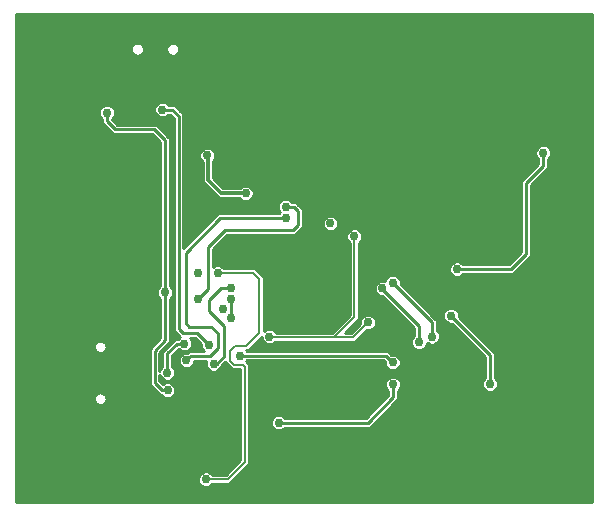
<source format=gbl>
G75*
%MOIN*%
%OFA0B0*%
%FSLAX25Y25*%
%IPPOS*%
%LPD*%
%AMOC8*
5,1,8,0,0,1.08239X$1,22.5*
%
%ADD10C,0.00000*%
%ADD11C,0.01000*%
%ADD12C,0.02978*%
%ADD13C,0.01200*%
%ADD14C,0.00787*%
%ADD15C,0.00800*%
D10*
X0013086Y0010868D02*
X0012813Y0165237D01*
X0194882Y0164778D01*
X0194985Y0010987D01*
X0013086Y0010868D01*
X0032137Y0042349D02*
X0032139Y0042433D01*
X0032145Y0042516D01*
X0032155Y0042599D01*
X0032169Y0042682D01*
X0032186Y0042764D01*
X0032208Y0042845D01*
X0032233Y0042924D01*
X0032262Y0043003D01*
X0032295Y0043080D01*
X0032331Y0043155D01*
X0032371Y0043229D01*
X0032414Y0043301D01*
X0032461Y0043370D01*
X0032511Y0043437D01*
X0032564Y0043502D01*
X0032620Y0043564D01*
X0032678Y0043624D01*
X0032740Y0043681D01*
X0032804Y0043734D01*
X0032871Y0043785D01*
X0032940Y0043832D01*
X0033011Y0043877D01*
X0033084Y0043917D01*
X0033159Y0043954D01*
X0033236Y0043988D01*
X0033314Y0044018D01*
X0033393Y0044044D01*
X0033474Y0044067D01*
X0033556Y0044085D01*
X0033638Y0044100D01*
X0033721Y0044111D01*
X0033804Y0044118D01*
X0033888Y0044121D01*
X0033972Y0044120D01*
X0034055Y0044115D01*
X0034139Y0044106D01*
X0034221Y0044093D01*
X0034303Y0044077D01*
X0034384Y0044056D01*
X0034465Y0044032D01*
X0034543Y0044004D01*
X0034621Y0043972D01*
X0034697Y0043936D01*
X0034771Y0043897D01*
X0034843Y0043855D01*
X0034913Y0043809D01*
X0034981Y0043760D01*
X0035046Y0043708D01*
X0035109Y0043653D01*
X0035169Y0043595D01*
X0035227Y0043534D01*
X0035281Y0043470D01*
X0035333Y0043404D01*
X0035381Y0043336D01*
X0035426Y0043265D01*
X0035467Y0043192D01*
X0035506Y0043118D01*
X0035540Y0043042D01*
X0035571Y0042964D01*
X0035598Y0042885D01*
X0035622Y0042804D01*
X0035641Y0042723D01*
X0035657Y0042641D01*
X0035669Y0042558D01*
X0035677Y0042474D01*
X0035681Y0042391D01*
X0035681Y0042307D01*
X0035677Y0042224D01*
X0035669Y0042140D01*
X0035657Y0042057D01*
X0035641Y0041975D01*
X0035622Y0041894D01*
X0035598Y0041813D01*
X0035571Y0041734D01*
X0035540Y0041656D01*
X0035506Y0041580D01*
X0035467Y0041506D01*
X0035426Y0041433D01*
X0035381Y0041362D01*
X0035333Y0041294D01*
X0035281Y0041228D01*
X0035227Y0041164D01*
X0035169Y0041103D01*
X0035109Y0041045D01*
X0035046Y0040990D01*
X0034981Y0040938D01*
X0034913Y0040889D01*
X0034843Y0040843D01*
X0034771Y0040801D01*
X0034697Y0040762D01*
X0034621Y0040726D01*
X0034543Y0040694D01*
X0034465Y0040666D01*
X0034384Y0040642D01*
X0034303Y0040621D01*
X0034221Y0040605D01*
X0034139Y0040592D01*
X0034055Y0040583D01*
X0033972Y0040578D01*
X0033888Y0040577D01*
X0033804Y0040580D01*
X0033721Y0040587D01*
X0033638Y0040598D01*
X0033556Y0040613D01*
X0033474Y0040631D01*
X0033393Y0040654D01*
X0033314Y0040680D01*
X0033236Y0040710D01*
X0033159Y0040744D01*
X0033084Y0040781D01*
X0033011Y0040821D01*
X0032940Y0040866D01*
X0032871Y0040913D01*
X0032804Y0040964D01*
X0032740Y0041017D01*
X0032678Y0041074D01*
X0032620Y0041134D01*
X0032564Y0041196D01*
X0032511Y0041261D01*
X0032461Y0041328D01*
X0032414Y0041397D01*
X0032371Y0041469D01*
X0032331Y0041543D01*
X0032295Y0041618D01*
X0032262Y0041695D01*
X0032233Y0041774D01*
X0032208Y0041853D01*
X0032186Y0041934D01*
X0032169Y0042016D01*
X0032155Y0042099D01*
X0032145Y0042182D01*
X0032139Y0042265D01*
X0032137Y0042349D01*
X0032137Y0059671D02*
X0032139Y0059755D01*
X0032145Y0059838D01*
X0032155Y0059921D01*
X0032169Y0060004D01*
X0032186Y0060086D01*
X0032208Y0060167D01*
X0032233Y0060246D01*
X0032262Y0060325D01*
X0032295Y0060402D01*
X0032331Y0060477D01*
X0032371Y0060551D01*
X0032414Y0060623D01*
X0032461Y0060692D01*
X0032511Y0060759D01*
X0032564Y0060824D01*
X0032620Y0060886D01*
X0032678Y0060946D01*
X0032740Y0061003D01*
X0032804Y0061056D01*
X0032871Y0061107D01*
X0032940Y0061154D01*
X0033011Y0061199D01*
X0033084Y0061239D01*
X0033159Y0061276D01*
X0033236Y0061310D01*
X0033314Y0061340D01*
X0033393Y0061366D01*
X0033474Y0061389D01*
X0033556Y0061407D01*
X0033638Y0061422D01*
X0033721Y0061433D01*
X0033804Y0061440D01*
X0033888Y0061443D01*
X0033972Y0061442D01*
X0034055Y0061437D01*
X0034139Y0061428D01*
X0034221Y0061415D01*
X0034303Y0061399D01*
X0034384Y0061378D01*
X0034465Y0061354D01*
X0034543Y0061326D01*
X0034621Y0061294D01*
X0034697Y0061258D01*
X0034771Y0061219D01*
X0034843Y0061177D01*
X0034913Y0061131D01*
X0034981Y0061082D01*
X0035046Y0061030D01*
X0035109Y0060975D01*
X0035169Y0060917D01*
X0035227Y0060856D01*
X0035281Y0060792D01*
X0035333Y0060726D01*
X0035381Y0060658D01*
X0035426Y0060587D01*
X0035467Y0060514D01*
X0035506Y0060440D01*
X0035540Y0060364D01*
X0035571Y0060286D01*
X0035598Y0060207D01*
X0035622Y0060126D01*
X0035641Y0060045D01*
X0035657Y0059963D01*
X0035669Y0059880D01*
X0035677Y0059796D01*
X0035681Y0059713D01*
X0035681Y0059629D01*
X0035677Y0059546D01*
X0035669Y0059462D01*
X0035657Y0059379D01*
X0035641Y0059297D01*
X0035622Y0059216D01*
X0035598Y0059135D01*
X0035571Y0059056D01*
X0035540Y0058978D01*
X0035506Y0058902D01*
X0035467Y0058828D01*
X0035426Y0058755D01*
X0035381Y0058684D01*
X0035333Y0058616D01*
X0035281Y0058550D01*
X0035227Y0058486D01*
X0035169Y0058425D01*
X0035109Y0058367D01*
X0035046Y0058312D01*
X0034981Y0058260D01*
X0034913Y0058211D01*
X0034843Y0058165D01*
X0034771Y0058123D01*
X0034697Y0058084D01*
X0034621Y0058048D01*
X0034543Y0058016D01*
X0034465Y0057988D01*
X0034384Y0057964D01*
X0034303Y0057943D01*
X0034221Y0057927D01*
X0034139Y0057914D01*
X0034055Y0057905D01*
X0033972Y0057900D01*
X0033888Y0057899D01*
X0033804Y0057902D01*
X0033721Y0057909D01*
X0033638Y0057920D01*
X0033556Y0057935D01*
X0033474Y0057953D01*
X0033393Y0057976D01*
X0033314Y0058002D01*
X0033236Y0058032D01*
X0033159Y0058066D01*
X0033084Y0058103D01*
X0033011Y0058143D01*
X0032940Y0058188D01*
X0032871Y0058235D01*
X0032804Y0058286D01*
X0032740Y0058339D01*
X0032678Y0058396D01*
X0032620Y0058456D01*
X0032564Y0058518D01*
X0032511Y0058583D01*
X0032461Y0058650D01*
X0032414Y0058719D01*
X0032371Y0058791D01*
X0032331Y0058865D01*
X0032295Y0058940D01*
X0032262Y0059017D01*
X0032233Y0059096D01*
X0032208Y0059175D01*
X0032186Y0059256D01*
X0032169Y0059338D01*
X0032155Y0059421D01*
X0032145Y0059504D01*
X0032139Y0059587D01*
X0032137Y0059671D01*
X0044435Y0158887D02*
X0044437Y0158973D01*
X0044443Y0159060D01*
X0044453Y0159145D01*
X0044467Y0159231D01*
X0044485Y0159315D01*
X0044506Y0159399D01*
X0044532Y0159481D01*
X0044561Y0159563D01*
X0044594Y0159642D01*
X0044631Y0159721D01*
X0044671Y0159797D01*
X0044715Y0159871D01*
X0044762Y0159944D01*
X0044813Y0160014D01*
X0044866Y0160082D01*
X0044923Y0160147D01*
X0044983Y0160209D01*
X0045045Y0160269D01*
X0045110Y0160326D01*
X0045178Y0160379D01*
X0045248Y0160430D01*
X0045321Y0160477D01*
X0045395Y0160521D01*
X0045471Y0160561D01*
X0045550Y0160598D01*
X0045629Y0160631D01*
X0045711Y0160660D01*
X0045793Y0160686D01*
X0045877Y0160707D01*
X0045961Y0160725D01*
X0046047Y0160739D01*
X0046132Y0160749D01*
X0046219Y0160755D01*
X0046305Y0160757D01*
X0046391Y0160755D01*
X0046478Y0160749D01*
X0046563Y0160739D01*
X0046649Y0160725D01*
X0046733Y0160707D01*
X0046817Y0160686D01*
X0046899Y0160660D01*
X0046981Y0160631D01*
X0047060Y0160598D01*
X0047139Y0160561D01*
X0047215Y0160521D01*
X0047289Y0160477D01*
X0047362Y0160430D01*
X0047432Y0160379D01*
X0047500Y0160326D01*
X0047565Y0160269D01*
X0047627Y0160209D01*
X0047687Y0160147D01*
X0047744Y0160082D01*
X0047797Y0160014D01*
X0047848Y0159944D01*
X0047895Y0159871D01*
X0047939Y0159797D01*
X0047979Y0159721D01*
X0048016Y0159642D01*
X0048049Y0159563D01*
X0048078Y0159481D01*
X0048104Y0159399D01*
X0048125Y0159315D01*
X0048143Y0159231D01*
X0048157Y0159145D01*
X0048167Y0159060D01*
X0048173Y0158973D01*
X0048175Y0158887D01*
X0048173Y0158801D01*
X0048167Y0158714D01*
X0048157Y0158629D01*
X0048143Y0158543D01*
X0048125Y0158459D01*
X0048104Y0158375D01*
X0048078Y0158293D01*
X0048049Y0158211D01*
X0048016Y0158132D01*
X0047979Y0158053D01*
X0047939Y0157977D01*
X0047895Y0157903D01*
X0047848Y0157830D01*
X0047797Y0157760D01*
X0047744Y0157692D01*
X0047687Y0157627D01*
X0047627Y0157565D01*
X0047565Y0157505D01*
X0047500Y0157448D01*
X0047432Y0157395D01*
X0047362Y0157344D01*
X0047289Y0157297D01*
X0047215Y0157253D01*
X0047139Y0157213D01*
X0047060Y0157176D01*
X0046981Y0157143D01*
X0046899Y0157114D01*
X0046817Y0157088D01*
X0046733Y0157067D01*
X0046649Y0157049D01*
X0046563Y0157035D01*
X0046478Y0157025D01*
X0046391Y0157019D01*
X0046305Y0157017D01*
X0046219Y0157019D01*
X0046132Y0157025D01*
X0046047Y0157035D01*
X0045961Y0157049D01*
X0045877Y0157067D01*
X0045793Y0157088D01*
X0045711Y0157114D01*
X0045629Y0157143D01*
X0045550Y0157176D01*
X0045471Y0157213D01*
X0045395Y0157253D01*
X0045321Y0157297D01*
X0045248Y0157344D01*
X0045178Y0157395D01*
X0045110Y0157448D01*
X0045045Y0157505D01*
X0044983Y0157565D01*
X0044923Y0157627D01*
X0044866Y0157692D01*
X0044813Y0157760D01*
X0044762Y0157830D01*
X0044715Y0157903D01*
X0044671Y0157977D01*
X0044631Y0158053D01*
X0044594Y0158132D01*
X0044561Y0158211D01*
X0044532Y0158293D01*
X0044506Y0158375D01*
X0044485Y0158459D01*
X0044467Y0158543D01*
X0044453Y0158629D01*
X0044443Y0158714D01*
X0044437Y0158801D01*
X0044435Y0158887D01*
X0056246Y0158887D02*
X0056248Y0158973D01*
X0056254Y0159060D01*
X0056264Y0159145D01*
X0056278Y0159231D01*
X0056296Y0159315D01*
X0056317Y0159399D01*
X0056343Y0159481D01*
X0056372Y0159563D01*
X0056405Y0159642D01*
X0056442Y0159721D01*
X0056482Y0159797D01*
X0056526Y0159871D01*
X0056573Y0159944D01*
X0056624Y0160014D01*
X0056677Y0160082D01*
X0056734Y0160147D01*
X0056794Y0160209D01*
X0056856Y0160269D01*
X0056921Y0160326D01*
X0056989Y0160379D01*
X0057059Y0160430D01*
X0057132Y0160477D01*
X0057206Y0160521D01*
X0057282Y0160561D01*
X0057361Y0160598D01*
X0057440Y0160631D01*
X0057522Y0160660D01*
X0057604Y0160686D01*
X0057688Y0160707D01*
X0057772Y0160725D01*
X0057858Y0160739D01*
X0057943Y0160749D01*
X0058030Y0160755D01*
X0058116Y0160757D01*
X0058202Y0160755D01*
X0058289Y0160749D01*
X0058374Y0160739D01*
X0058460Y0160725D01*
X0058544Y0160707D01*
X0058628Y0160686D01*
X0058710Y0160660D01*
X0058792Y0160631D01*
X0058871Y0160598D01*
X0058950Y0160561D01*
X0059026Y0160521D01*
X0059100Y0160477D01*
X0059173Y0160430D01*
X0059243Y0160379D01*
X0059311Y0160326D01*
X0059376Y0160269D01*
X0059438Y0160209D01*
X0059498Y0160147D01*
X0059555Y0160082D01*
X0059608Y0160014D01*
X0059659Y0159944D01*
X0059706Y0159871D01*
X0059750Y0159797D01*
X0059790Y0159721D01*
X0059827Y0159642D01*
X0059860Y0159563D01*
X0059889Y0159481D01*
X0059915Y0159399D01*
X0059936Y0159315D01*
X0059954Y0159231D01*
X0059968Y0159145D01*
X0059978Y0159060D01*
X0059984Y0158973D01*
X0059986Y0158887D01*
X0059984Y0158801D01*
X0059978Y0158714D01*
X0059968Y0158629D01*
X0059954Y0158543D01*
X0059936Y0158459D01*
X0059915Y0158375D01*
X0059889Y0158293D01*
X0059860Y0158211D01*
X0059827Y0158132D01*
X0059790Y0158053D01*
X0059750Y0157977D01*
X0059706Y0157903D01*
X0059659Y0157830D01*
X0059608Y0157760D01*
X0059555Y0157692D01*
X0059498Y0157627D01*
X0059438Y0157565D01*
X0059376Y0157505D01*
X0059311Y0157448D01*
X0059243Y0157395D01*
X0059173Y0157344D01*
X0059100Y0157297D01*
X0059026Y0157253D01*
X0058950Y0157213D01*
X0058871Y0157176D01*
X0058792Y0157143D01*
X0058710Y0157114D01*
X0058628Y0157088D01*
X0058544Y0157067D01*
X0058460Y0157049D01*
X0058374Y0157035D01*
X0058289Y0157025D01*
X0058202Y0157019D01*
X0058116Y0157017D01*
X0058030Y0157019D01*
X0057943Y0157025D01*
X0057858Y0157035D01*
X0057772Y0157049D01*
X0057688Y0157067D01*
X0057604Y0157088D01*
X0057522Y0157114D01*
X0057440Y0157143D01*
X0057361Y0157176D01*
X0057282Y0157213D01*
X0057206Y0157253D01*
X0057132Y0157297D01*
X0057059Y0157344D01*
X0056989Y0157395D01*
X0056921Y0157448D01*
X0056856Y0157505D01*
X0056794Y0157565D01*
X0056734Y0157627D01*
X0056677Y0157692D01*
X0056624Y0157760D01*
X0056573Y0157830D01*
X0056526Y0157903D01*
X0056482Y0157977D01*
X0056442Y0158053D01*
X0056405Y0158132D01*
X0056372Y0158211D01*
X0056343Y0158293D01*
X0056317Y0158375D01*
X0056296Y0158459D01*
X0056278Y0158543D01*
X0056264Y0158629D01*
X0056254Y0158714D01*
X0056248Y0158801D01*
X0056246Y0158887D01*
D11*
X0005825Y0170571D02*
X0005825Y0007871D01*
X0197941Y0007871D01*
X0197941Y0170693D01*
X0005868Y0170693D01*
X0005825Y0170571D01*
X0005825Y0170129D02*
X0197941Y0170129D01*
X0197941Y0169131D02*
X0005825Y0169131D01*
X0005825Y0168132D02*
X0197941Y0168132D01*
X0197941Y0167134D02*
X0005825Y0167134D01*
X0005825Y0166135D02*
X0197941Y0166135D01*
X0197941Y0165137D02*
X0005825Y0165137D01*
X0005825Y0164138D02*
X0197941Y0164138D01*
X0197941Y0163140D02*
X0005825Y0163140D01*
X0005825Y0162141D02*
X0197941Y0162141D01*
X0197941Y0161143D02*
X0059213Y0161143D01*
X0059098Y0161257D02*
X0057135Y0161257D01*
X0055746Y0159869D01*
X0055746Y0157906D01*
X0057135Y0156517D01*
X0059098Y0156517D01*
X0060486Y0157906D01*
X0060486Y0159869D01*
X0059098Y0161257D01*
X0060211Y0160144D02*
X0197941Y0160144D01*
X0197941Y0159146D02*
X0060486Y0159146D01*
X0060486Y0158147D02*
X0197941Y0158147D01*
X0197941Y0157149D02*
X0059729Y0157149D01*
X0056503Y0157149D02*
X0047918Y0157149D01*
X0047287Y0156517D02*
X0045324Y0156517D01*
X0043935Y0157906D01*
X0043935Y0159869D01*
X0045324Y0161257D01*
X0047287Y0161257D01*
X0048675Y0159869D01*
X0048675Y0157906D01*
X0047287Y0156517D01*
X0048675Y0158147D02*
X0055746Y0158147D01*
X0055746Y0159146D02*
X0048675Y0159146D01*
X0048400Y0160144D02*
X0056021Y0160144D01*
X0057020Y0161143D02*
X0047402Y0161143D01*
X0045209Y0161143D02*
X0005825Y0161143D01*
X0005825Y0160144D02*
X0044210Y0160144D01*
X0043935Y0159146D02*
X0005825Y0159146D01*
X0005825Y0158147D02*
X0043935Y0158147D01*
X0044692Y0157149D02*
X0005825Y0157149D01*
X0005825Y0156150D02*
X0197941Y0156150D01*
X0197941Y0155152D02*
X0005825Y0155152D01*
X0005825Y0154153D02*
X0197941Y0154153D01*
X0197941Y0153154D02*
X0005825Y0153154D01*
X0005825Y0152156D02*
X0197941Y0152156D01*
X0197941Y0151157D02*
X0005825Y0151157D01*
X0005825Y0150159D02*
X0197941Y0150159D01*
X0197941Y0149160D02*
X0005825Y0149160D01*
X0005825Y0148162D02*
X0197941Y0148162D01*
X0197941Y0147163D02*
X0005825Y0147163D01*
X0005825Y0146165D02*
X0197941Y0146165D01*
X0197941Y0145166D02*
X0005825Y0145166D01*
X0005825Y0144168D02*
X0197941Y0144168D01*
X0197941Y0143169D02*
X0005825Y0143169D01*
X0005825Y0142171D02*
X0197941Y0142171D01*
X0197941Y0141172D02*
X0055339Y0141172D01*
X0055063Y0141286D02*
X0056015Y0140892D01*
X0056628Y0140279D01*
X0057921Y0140268D01*
X0058558Y0140283D01*
X0058580Y0140262D01*
X0058610Y0140262D01*
X0059056Y0139808D01*
X0060661Y0138276D01*
X0060684Y0138276D01*
X0061138Y0137821D01*
X0061604Y0137376D01*
X0061605Y0137354D01*
X0061621Y0137339D01*
X0061621Y0136695D01*
X0061636Y0136051D01*
X0061620Y0136035D01*
X0061613Y0092601D01*
X0072282Y0103269D01*
X0073219Y0104206D01*
X0093607Y0104206D01*
X0093916Y0104515D01*
X0093494Y0104937D01*
X0093100Y0105888D01*
X0093100Y0106918D01*
X0093494Y0107870D01*
X0094222Y0108598D01*
X0095174Y0108992D01*
X0096204Y0108992D01*
X0097155Y0108598D01*
X0097794Y0107959D01*
X0099048Y0107959D01*
X0099986Y0107022D01*
X0101479Y0105529D01*
X0101479Y0099602D01*
X0100541Y0098665D01*
X0098734Y0096857D01*
X0076063Y0096857D01*
X0071538Y0092332D01*
X0071538Y0086396D01*
X0071552Y0086410D01*
X0072503Y0086804D01*
X0073533Y0086804D01*
X0074485Y0086410D01*
X0075064Y0085830D01*
X0085511Y0085830D01*
X0087490Y0083851D01*
X0088369Y0082973D01*
X0088369Y0066311D01*
X0088372Y0066308D01*
X0088372Y0064806D01*
X0088808Y0065241D01*
X0089759Y0065635D01*
X0090789Y0065635D01*
X0091741Y0065241D01*
X0092469Y0064513D01*
X0092509Y0064416D01*
X0111311Y0064416D01*
X0117045Y0070150D01*
X0117045Y0094385D01*
X0116345Y0095085D01*
X0115951Y0096037D01*
X0115951Y0097067D01*
X0116345Y0098018D01*
X0117073Y0098747D01*
X0118025Y0099141D01*
X0119055Y0099141D01*
X0120006Y0098747D01*
X0120735Y0098018D01*
X0121129Y0097067D01*
X0121129Y0096037D01*
X0120735Y0095085D01*
X0120032Y0094383D01*
X0120032Y0068912D01*
X0119157Y0068037D01*
X0115536Y0064416D01*
X0117635Y0064416D01*
X0120588Y0067369D01*
X0120588Y0068351D01*
X0120983Y0069302D01*
X0121711Y0070030D01*
X0122662Y0070425D01*
X0123692Y0070425D01*
X0124644Y0070030D01*
X0125372Y0069302D01*
X0125766Y0068351D01*
X0125766Y0067321D01*
X0125372Y0066369D01*
X0124644Y0065641D01*
X0123692Y0065247D01*
X0122691Y0065247D01*
X0118872Y0061428D01*
X0112548Y0061428D01*
X0112543Y0061423D01*
X0111305Y0061423D01*
X0111300Y0061428D01*
X0092318Y0061428D01*
X0091741Y0060851D01*
X0090789Y0060457D01*
X0089759Y0060457D01*
X0088808Y0060851D01*
X0088079Y0061580D01*
X0087685Y0062531D01*
X0087685Y0062986D01*
X0084123Y0059424D01*
X0083244Y0058545D01*
X0082495Y0058545D01*
X0082684Y0058357D01*
X0129683Y0058357D01*
X0130986Y0057055D01*
X0131967Y0057055D01*
X0132919Y0056660D01*
X0133647Y0055932D01*
X0134041Y0054981D01*
X0134041Y0053951D01*
X0133647Y0052999D01*
X0132919Y0052271D01*
X0131967Y0051877D01*
X0130937Y0051877D01*
X0129986Y0052271D01*
X0129257Y0052999D01*
X0128863Y0053951D01*
X0128863Y0054652D01*
X0128358Y0055157D01*
X0082674Y0055157D01*
X0082389Y0054872D01*
X0082723Y0054538D01*
X0083602Y0053659D01*
X0083602Y0020624D01*
X0077869Y0014892D01*
X0076991Y0014013D01*
X0071320Y0014013D01*
X0070643Y0013336D01*
X0069691Y0012942D01*
X0068661Y0012942D01*
X0067710Y0013336D01*
X0066981Y0014065D01*
X0066587Y0015016D01*
X0066587Y0016046D01*
X0066981Y0016998D01*
X0067710Y0017726D01*
X0068661Y0018120D01*
X0069691Y0018120D01*
X0070643Y0017726D01*
X0071355Y0017013D01*
X0075748Y0017013D01*
X0080602Y0021867D01*
X0080602Y0052159D01*
X0077902Y0052159D01*
X0077024Y0053038D01*
X0075608Y0054454D01*
X0075608Y0054726D01*
X0074214Y0053333D01*
X0073892Y0052555D01*
X0073164Y0051826D01*
X0072212Y0051432D01*
X0071182Y0051432D01*
X0070230Y0051826D01*
X0069502Y0052555D01*
X0069108Y0053506D01*
X0069108Y0054536D01*
X0069319Y0055046D01*
X0065201Y0055046D01*
X0065201Y0054666D01*
X0064807Y0053714D01*
X0064078Y0052986D01*
X0063127Y0052592D01*
X0062097Y0052592D01*
X0061145Y0052986D01*
X0060417Y0053714D01*
X0060023Y0054666D01*
X0060023Y0055696D01*
X0060417Y0056647D01*
X0061145Y0057376D01*
X0062097Y0057770D01*
X0062934Y0057770D01*
X0063411Y0058246D01*
X0068461Y0058246D01*
X0067832Y0058876D01*
X0067437Y0059827D01*
X0067437Y0060719D01*
X0065501Y0062656D01*
X0063677Y0062656D01*
X0064143Y0062189D01*
X0064537Y0061237D01*
X0064537Y0060207D01*
X0064143Y0059256D01*
X0063415Y0058528D01*
X0062463Y0058133D01*
X0061434Y0058133D01*
X0060482Y0058528D01*
X0060014Y0058996D01*
X0057799Y0056781D01*
X0057799Y0053041D01*
X0058394Y0052446D01*
X0058788Y0051494D01*
X0058788Y0050464D01*
X0058394Y0049513D01*
X0057665Y0048784D01*
X0056714Y0048390D01*
X0055684Y0048390D01*
X0054732Y0048784D01*
X0054004Y0049513D01*
X0053654Y0050358D01*
X0053654Y0048357D01*
X0054773Y0047239D01*
X0054929Y0047395D01*
X0055881Y0047789D01*
X0056911Y0047789D01*
X0057862Y0047395D01*
X0058590Y0046667D01*
X0058985Y0045715D01*
X0058985Y0044685D01*
X0058590Y0043733D01*
X0057862Y0043005D01*
X0056911Y0042611D01*
X0055881Y0042611D01*
X0054929Y0043005D01*
X0054348Y0043586D01*
X0053899Y0043586D01*
X0051391Y0046094D01*
X0050454Y0047032D01*
X0050454Y0059090D01*
X0053887Y0062522D01*
X0053887Y0075731D01*
X0053277Y0076341D01*
X0052882Y0077292D01*
X0052882Y0078322D01*
X0053277Y0079274D01*
X0053869Y0079866D01*
X0053829Y0119133D01*
X0053829Y0119134D01*
X0053829Y0119793D01*
X0053828Y0120458D01*
X0053829Y0120459D01*
X0053829Y0127939D01*
X0051246Y0130531D01*
X0038881Y0130530D01*
X0038223Y0130529D01*
X0038223Y0130530D01*
X0038222Y0130530D01*
X0037753Y0130998D01*
X0035406Y0133341D01*
X0035377Y0133342D01*
X0034939Y0133806D01*
X0034488Y0134257D01*
X0034488Y0134285D01*
X0034468Y0134306D01*
X0034487Y0134944D01*
X0034486Y0135582D01*
X0034506Y0135603D01*
X0034510Y0135722D01*
X0033975Y0136257D01*
X0033580Y0137208D01*
X0033580Y0138238D01*
X0033975Y0139190D01*
X0034703Y0139918D01*
X0035654Y0140312D01*
X0036684Y0140312D01*
X0037636Y0139918D01*
X0038364Y0139190D01*
X0038758Y0138238D01*
X0038758Y0137208D01*
X0038364Y0136257D01*
X0037707Y0135600D01*
X0037706Y0135566D01*
X0039546Y0133730D01*
X0051250Y0133731D01*
X0051251Y0133732D01*
X0051907Y0133731D01*
X0052573Y0133731D01*
X0052575Y0133730D01*
X0052576Y0133730D01*
X0053040Y0133265D01*
X0053511Y0132794D01*
X0053511Y0132792D01*
X0056559Y0129732D01*
X0057029Y0129263D01*
X0057029Y0129262D01*
X0057030Y0129260D01*
X0057029Y0128599D01*
X0057029Y0119796D01*
X0057069Y0079871D01*
X0057666Y0079274D01*
X0058060Y0078322D01*
X0058060Y0077292D01*
X0057666Y0076341D01*
X0057087Y0075761D01*
X0057087Y0061197D01*
X0056149Y0060260D01*
X0053654Y0057764D01*
X0053654Y0051601D01*
X0054004Y0052446D01*
X0054599Y0053041D01*
X0054599Y0058106D01*
X0057847Y0061354D01*
X0058784Y0062291D01*
X0059856Y0062291D01*
X0060482Y0062917D01*
X0060555Y0062947D01*
X0059910Y0063593D01*
X0058417Y0065086D01*
X0058417Y0079179D01*
X0058420Y0079182D01*
X0058413Y0086551D01*
X0058413Y0086552D01*
X0058413Y0087224D01*
X0058412Y0087876D01*
X0058413Y0087877D01*
X0058420Y0135991D01*
X0057286Y0137073D01*
X0056592Y0137079D01*
X0056015Y0136503D01*
X0055063Y0136108D01*
X0054033Y0136108D01*
X0053082Y0136503D01*
X0052354Y0137231D01*
X0051959Y0138182D01*
X0051959Y0139212D01*
X0052354Y0140164D01*
X0053082Y0140892D01*
X0054033Y0141286D01*
X0055063Y0141286D01*
X0053758Y0141172D02*
X0005825Y0141172D01*
X0005825Y0140174D02*
X0035320Y0140174D01*
X0033969Y0139175D02*
X0005825Y0139175D01*
X0005825Y0138177D02*
X0033580Y0138177D01*
X0033593Y0137178D02*
X0005825Y0137178D01*
X0005825Y0136180D02*
X0034051Y0136180D01*
X0034487Y0135181D02*
X0005825Y0135181D01*
X0005825Y0134183D02*
X0034562Y0134183D01*
X0035563Y0133184D02*
X0005825Y0133184D01*
X0005825Y0132186D02*
X0036563Y0132186D01*
X0037564Y0131187D02*
X0005825Y0131187D01*
X0005825Y0130189D02*
X0051587Y0130189D01*
X0052582Y0129190D02*
X0005825Y0129190D01*
X0005825Y0128192D02*
X0053577Y0128192D01*
X0053829Y0127193D02*
X0005825Y0127193D01*
X0005825Y0126195D02*
X0053829Y0126195D01*
X0053829Y0125196D02*
X0005825Y0125196D01*
X0005825Y0124198D02*
X0053829Y0124198D01*
X0053829Y0123199D02*
X0005825Y0123199D01*
X0005825Y0122201D02*
X0053829Y0122201D01*
X0053829Y0121202D02*
X0005825Y0121202D01*
X0005825Y0120204D02*
X0053828Y0120204D01*
X0053829Y0119205D02*
X0005825Y0119205D01*
X0005825Y0118207D02*
X0053830Y0118207D01*
X0053831Y0117208D02*
X0005825Y0117208D01*
X0005825Y0116210D02*
X0053832Y0116210D01*
X0053833Y0115211D02*
X0005825Y0115211D01*
X0005825Y0114213D02*
X0053834Y0114213D01*
X0053835Y0113214D02*
X0005825Y0113214D01*
X0005825Y0112216D02*
X0053836Y0112216D01*
X0053837Y0111217D02*
X0005825Y0111217D01*
X0005825Y0110219D02*
X0053838Y0110219D01*
X0053839Y0109220D02*
X0005825Y0109220D01*
X0005825Y0108221D02*
X0053840Y0108221D01*
X0053841Y0107223D02*
X0005825Y0107223D01*
X0005825Y0106224D02*
X0053842Y0106224D01*
X0053843Y0105226D02*
X0005825Y0105226D01*
X0005825Y0104227D02*
X0053844Y0104227D01*
X0053845Y0103229D02*
X0005825Y0103229D01*
X0005825Y0102230D02*
X0053846Y0102230D01*
X0053848Y0101232D02*
X0005825Y0101232D01*
X0005825Y0100233D02*
X0053849Y0100233D01*
X0053850Y0099235D02*
X0005825Y0099235D01*
X0005825Y0098236D02*
X0053851Y0098236D01*
X0053852Y0097238D02*
X0005825Y0097238D01*
X0005825Y0096239D02*
X0053853Y0096239D01*
X0053854Y0095241D02*
X0005825Y0095241D01*
X0005825Y0094242D02*
X0053855Y0094242D01*
X0053856Y0093244D02*
X0005825Y0093244D01*
X0005825Y0092245D02*
X0053857Y0092245D01*
X0053858Y0091247D02*
X0005825Y0091247D01*
X0005825Y0090248D02*
X0053859Y0090248D01*
X0053860Y0089250D02*
X0005825Y0089250D01*
X0005825Y0088251D02*
X0053861Y0088251D01*
X0053862Y0087253D02*
X0005825Y0087253D01*
X0005825Y0086254D02*
X0053863Y0086254D01*
X0053864Y0085256D02*
X0005825Y0085256D01*
X0005825Y0084257D02*
X0053865Y0084257D01*
X0053866Y0083259D02*
X0005825Y0083259D01*
X0005825Y0082260D02*
X0053867Y0082260D01*
X0053868Y0081262D02*
X0005825Y0081262D01*
X0005825Y0080263D02*
X0053869Y0080263D01*
X0053273Y0079265D02*
X0005825Y0079265D01*
X0005825Y0078266D02*
X0052882Y0078266D01*
X0052893Y0077268D02*
X0005825Y0077268D01*
X0005825Y0076269D02*
X0053348Y0076269D01*
X0053887Y0075271D02*
X0005825Y0075271D01*
X0005825Y0074272D02*
X0053887Y0074272D01*
X0053887Y0073274D02*
X0005825Y0073274D01*
X0005825Y0072275D02*
X0053887Y0072275D01*
X0053887Y0071277D02*
X0005825Y0071277D01*
X0005825Y0070278D02*
X0053887Y0070278D01*
X0053887Y0069280D02*
X0005825Y0069280D01*
X0005825Y0068281D02*
X0053887Y0068281D01*
X0053887Y0067283D02*
X0005825Y0067283D01*
X0005825Y0066284D02*
X0053887Y0066284D01*
X0053887Y0065285D02*
X0005825Y0065285D01*
X0005825Y0064287D02*
X0053887Y0064287D01*
X0053887Y0063288D02*
X0005825Y0063288D01*
X0005825Y0062290D02*
X0053654Y0062290D01*
X0052656Y0061291D02*
X0035502Y0061291D01*
X0034850Y0061943D02*
X0036181Y0060612D01*
X0036181Y0058730D01*
X0034850Y0057400D01*
X0032968Y0057400D01*
X0031638Y0058730D01*
X0031638Y0060612D01*
X0032968Y0061943D01*
X0034850Y0061943D01*
X0036181Y0060293D02*
X0051657Y0060293D01*
X0050659Y0059294D02*
X0036181Y0059294D01*
X0035747Y0058296D02*
X0050454Y0058296D01*
X0050454Y0057297D02*
X0005825Y0057297D01*
X0005825Y0056299D02*
X0050454Y0056299D01*
X0050454Y0055300D02*
X0005825Y0055300D01*
X0005825Y0054302D02*
X0050454Y0054302D01*
X0050454Y0053303D02*
X0005825Y0053303D01*
X0005825Y0052305D02*
X0050454Y0052305D01*
X0050454Y0051306D02*
X0005825Y0051306D01*
X0005825Y0050308D02*
X0050454Y0050308D01*
X0050454Y0049309D02*
X0005825Y0049309D01*
X0005825Y0048311D02*
X0050454Y0048311D01*
X0050454Y0047312D02*
X0005825Y0047312D01*
X0005825Y0046314D02*
X0051172Y0046314D01*
X0052170Y0045315D02*
X0005825Y0045315D01*
X0005825Y0044317D02*
X0032665Y0044317D01*
X0032968Y0044620D02*
X0031638Y0043290D01*
X0031638Y0041408D01*
X0032968Y0040077D01*
X0034850Y0040077D01*
X0036181Y0041408D01*
X0036181Y0043290D01*
X0034850Y0044620D01*
X0032968Y0044620D01*
X0031666Y0043318D02*
X0005825Y0043318D01*
X0005825Y0042320D02*
X0031638Y0042320D01*
X0031724Y0041321D02*
X0005825Y0041321D01*
X0005825Y0040323D02*
X0032723Y0040323D01*
X0035096Y0040323D02*
X0080602Y0040323D01*
X0080602Y0041321D02*
X0036095Y0041321D01*
X0036181Y0042320D02*
X0080602Y0042320D01*
X0080602Y0043318D02*
X0058175Y0043318D01*
X0058832Y0044317D02*
X0080602Y0044317D01*
X0080602Y0045315D02*
X0058985Y0045315D01*
X0058737Y0046314D02*
X0080602Y0046314D01*
X0080602Y0047312D02*
X0057945Y0047312D01*
X0058190Y0049309D02*
X0080602Y0049309D01*
X0080602Y0048311D02*
X0053700Y0048311D01*
X0053654Y0049309D02*
X0054208Y0049309D01*
X0053675Y0050308D02*
X0053654Y0050308D01*
X0053654Y0052305D02*
X0053946Y0052305D01*
X0053654Y0053303D02*
X0054599Y0053303D01*
X0054599Y0054302D02*
X0053654Y0054302D01*
X0053654Y0055300D02*
X0054599Y0055300D01*
X0054599Y0056299D02*
X0053654Y0056299D01*
X0053654Y0057297D02*
X0054599Y0057297D01*
X0054789Y0058296D02*
X0054186Y0058296D01*
X0055184Y0059294D02*
X0055787Y0059294D01*
X0056183Y0060293D02*
X0056786Y0060293D01*
X0057087Y0061291D02*
X0057784Y0061291D01*
X0057087Y0062290D02*
X0058783Y0062290D01*
X0059447Y0060691D02*
X0061905Y0060691D01*
X0059447Y0060691D02*
X0056199Y0057443D01*
X0056199Y0051027D01*
X0057799Y0053303D02*
X0060828Y0053303D01*
X0060173Y0054302D02*
X0057799Y0054302D01*
X0057799Y0055300D02*
X0060023Y0055300D01*
X0060273Y0056299D02*
X0057799Y0056299D01*
X0058316Y0057297D02*
X0061067Y0057297D01*
X0061041Y0058296D02*
X0059314Y0058296D01*
X0062856Y0058296D02*
X0068411Y0058296D01*
X0067658Y0059294D02*
X0064159Y0059294D01*
X0064537Y0060293D02*
X0067437Y0060293D01*
X0066865Y0061291D02*
X0064515Y0061291D01*
X0064042Y0062290D02*
X0065866Y0062290D01*
X0066163Y0064256D02*
X0069997Y0060422D01*
X0073191Y0059327D02*
X0073191Y0064159D01*
X0070914Y0066403D01*
X0063517Y0066426D01*
X0062376Y0067566D01*
X0062376Y0091101D01*
X0073882Y0102606D01*
X0095608Y0102606D01*
X0093628Y0104227D02*
X0061615Y0104227D01*
X0061615Y0103229D02*
X0072242Y0103229D01*
X0071243Y0102230D02*
X0061615Y0102230D01*
X0061615Y0101232D02*
X0070245Y0101232D01*
X0069246Y0100233D02*
X0061615Y0100233D01*
X0061615Y0099235D02*
X0068248Y0099235D01*
X0067249Y0098236D02*
X0061614Y0098236D01*
X0061614Y0097238D02*
X0066251Y0097238D01*
X0065252Y0096239D02*
X0061614Y0096239D01*
X0061614Y0095241D02*
X0064254Y0095241D01*
X0063255Y0094242D02*
X0061614Y0094242D01*
X0061614Y0093244D02*
X0062257Y0093244D01*
X0058414Y0093244D02*
X0057056Y0093244D01*
X0057055Y0094242D02*
X0058414Y0094242D01*
X0058414Y0095241D02*
X0057054Y0095241D01*
X0057053Y0096239D02*
X0058414Y0096239D01*
X0058414Y0097238D02*
X0057052Y0097238D01*
X0057051Y0098236D02*
X0058414Y0098236D01*
X0058415Y0099235D02*
X0057050Y0099235D01*
X0057049Y0100233D02*
X0058415Y0100233D01*
X0058415Y0101232D02*
X0057048Y0101232D01*
X0057046Y0102230D02*
X0058415Y0102230D01*
X0058415Y0103229D02*
X0057045Y0103229D01*
X0057044Y0104227D02*
X0058415Y0104227D01*
X0058416Y0105226D02*
X0057043Y0105226D01*
X0057042Y0106224D02*
X0058416Y0106224D01*
X0058416Y0107223D02*
X0057041Y0107223D01*
X0057040Y0108221D02*
X0058416Y0108221D01*
X0058416Y0109220D02*
X0057039Y0109220D01*
X0057038Y0110219D02*
X0058416Y0110219D01*
X0058416Y0111217D02*
X0057037Y0111217D01*
X0057036Y0112216D02*
X0058417Y0112216D01*
X0058417Y0113214D02*
X0057035Y0113214D01*
X0057034Y0114213D02*
X0058417Y0114213D01*
X0058417Y0115211D02*
X0057033Y0115211D01*
X0057032Y0116210D02*
X0058417Y0116210D01*
X0058417Y0117208D02*
X0057031Y0117208D01*
X0057030Y0118207D02*
X0058418Y0118207D01*
X0058418Y0119205D02*
X0057029Y0119205D01*
X0057029Y0120204D02*
X0058418Y0120204D01*
X0058418Y0121202D02*
X0057029Y0121202D01*
X0057029Y0122201D02*
X0058418Y0122201D01*
X0058418Y0123199D02*
X0057029Y0123199D01*
X0057029Y0124198D02*
X0058419Y0124198D01*
X0058419Y0125196D02*
X0057029Y0125196D01*
X0057029Y0126195D02*
X0058419Y0126195D01*
X0058419Y0127193D02*
X0057029Y0127193D01*
X0057029Y0128192D02*
X0058419Y0128192D01*
X0058419Y0129190D02*
X0057030Y0129190D01*
X0056105Y0130189D02*
X0058420Y0130189D01*
X0058420Y0131187D02*
X0055110Y0131187D01*
X0054115Y0132186D02*
X0058420Y0132186D01*
X0058420Y0133184D02*
X0053120Y0133184D01*
X0051911Y0132131D02*
X0055429Y0128601D01*
X0055429Y0119797D01*
X0055471Y0077807D01*
X0055487Y0077793D02*
X0055487Y0061860D01*
X0052054Y0058427D01*
X0052054Y0047694D01*
X0054562Y0045186D01*
X0056377Y0045186D01*
X0054616Y0043318D02*
X0036152Y0043318D01*
X0035154Y0044317D02*
X0053169Y0044317D01*
X0054699Y0047312D02*
X0054846Y0047312D01*
X0058723Y0050308D02*
X0080602Y0050308D01*
X0080602Y0051306D02*
X0058788Y0051306D01*
X0058452Y0052305D02*
X0069752Y0052305D01*
X0069192Y0053303D02*
X0064396Y0053303D01*
X0065050Y0054302D02*
X0069108Y0054302D01*
X0071690Y0054069D02*
X0072687Y0054069D01*
X0075253Y0056635D01*
X0075253Y0066716D01*
X0070299Y0071670D01*
X0070299Y0075369D01*
X0074080Y0079151D01*
X0077455Y0079151D01*
X0077520Y0075619D02*
X0077520Y0069599D01*
X0077322Y0069401D01*
X0086989Y0062290D02*
X0087785Y0062290D01*
X0088368Y0061291D02*
X0085990Y0061291D01*
X0084992Y0060293D02*
X0137723Y0060293D01*
X0137573Y0060656D02*
X0137967Y0059704D01*
X0138696Y0058976D01*
X0139647Y0058582D01*
X0140677Y0058582D01*
X0141629Y0058976D01*
X0142357Y0059704D01*
X0142751Y0060656D01*
X0142751Y0061063D01*
X0143001Y0060813D01*
X0143953Y0060419D01*
X0144983Y0060419D01*
X0145934Y0060813D01*
X0146663Y0061541D01*
X0147057Y0062493D01*
X0147057Y0063523D01*
X0146663Y0064475D01*
X0146066Y0065071D01*
X0146064Y0067850D01*
X0146064Y0068509D01*
X0146064Y0068510D01*
X0146064Y0068510D01*
X0145595Y0068979D01*
X0134021Y0080552D01*
X0134021Y0081498D01*
X0133627Y0082450D01*
X0132899Y0083178D01*
X0131947Y0083572D01*
X0130917Y0083572D01*
X0129966Y0083178D01*
X0129238Y0082450D01*
X0128866Y0081553D01*
X0128475Y0081715D01*
X0127445Y0081715D01*
X0126493Y0081321D01*
X0125765Y0080593D01*
X0125371Y0079641D01*
X0125371Y0078611D01*
X0125765Y0077660D01*
X0126493Y0076932D01*
X0127445Y0076537D01*
X0127912Y0076537D01*
X0138562Y0065887D01*
X0138562Y0063232D01*
X0137967Y0062637D01*
X0137573Y0061686D01*
X0137573Y0060656D01*
X0137573Y0061291D02*
X0092181Y0061291D01*
X0091633Y0065285D02*
X0112180Y0065285D01*
X0113179Y0066284D02*
X0088372Y0066284D01*
X0088372Y0065285D02*
X0088915Y0065285D01*
X0088369Y0067283D02*
X0114178Y0067283D01*
X0115176Y0068281D02*
X0088369Y0068281D01*
X0088369Y0069280D02*
X0116175Y0069280D01*
X0117045Y0070278D02*
X0088369Y0070278D01*
X0088369Y0071277D02*
X0117045Y0071277D01*
X0117045Y0072275D02*
X0088369Y0072275D01*
X0088369Y0073274D02*
X0117045Y0073274D01*
X0117045Y0074272D02*
X0088369Y0074272D01*
X0088369Y0075271D02*
X0117045Y0075271D01*
X0117045Y0076269D02*
X0088369Y0076269D01*
X0088369Y0077268D02*
X0117045Y0077268D01*
X0117045Y0078266D02*
X0088369Y0078266D01*
X0088369Y0079265D02*
X0117045Y0079265D01*
X0117045Y0080263D02*
X0088369Y0080263D01*
X0088369Y0081262D02*
X0117045Y0081262D01*
X0117045Y0082260D02*
X0088369Y0082260D01*
X0088082Y0083259D02*
X0117045Y0083259D01*
X0117045Y0084257D02*
X0087084Y0084257D01*
X0086085Y0085256D02*
X0117045Y0085256D01*
X0117045Y0086254D02*
X0074640Y0086254D01*
X0071538Y0087253D02*
X0117045Y0087253D01*
X0117045Y0088251D02*
X0071538Y0088251D01*
X0071538Y0089250D02*
X0117045Y0089250D01*
X0117045Y0090248D02*
X0071538Y0090248D01*
X0071538Y0091247D02*
X0117045Y0091247D01*
X0117045Y0092245D02*
X0071538Y0092245D01*
X0072450Y0093244D02*
X0117045Y0093244D01*
X0117045Y0094242D02*
X0073448Y0094242D01*
X0074447Y0095241D02*
X0116280Y0095241D01*
X0115951Y0096239D02*
X0075445Y0096239D01*
X0075400Y0098457D02*
X0098071Y0098457D01*
X0099879Y0100265D01*
X0099879Y0104867D01*
X0098386Y0106360D01*
X0095731Y0106360D01*
X0097532Y0108221D02*
X0174137Y0108221D01*
X0174137Y0107223D02*
X0099785Y0107223D01*
X0100783Y0106224D02*
X0174137Y0106224D01*
X0174137Y0105226D02*
X0101479Y0105226D01*
X0101479Y0104227D02*
X0174137Y0104227D01*
X0174137Y0103229D02*
X0111433Y0103229D01*
X0111111Y0103362D02*
X0112063Y0102968D01*
X0112791Y0102240D01*
X0113185Y0101288D01*
X0113185Y0100258D01*
X0112791Y0099306D01*
X0112063Y0098578D01*
X0111111Y0098184D01*
X0110081Y0098184D01*
X0109130Y0098578D01*
X0108402Y0099306D01*
X0108008Y0100258D01*
X0108008Y0101288D01*
X0108402Y0102240D01*
X0109130Y0102968D01*
X0110081Y0103362D01*
X0111111Y0103362D01*
X0109760Y0103229D02*
X0101479Y0103229D01*
X0101479Y0102230D02*
X0108398Y0102230D01*
X0108008Y0101232D02*
X0101479Y0101232D01*
X0101479Y0100233D02*
X0108018Y0100233D01*
X0108473Y0099235D02*
X0101112Y0099235D01*
X0100113Y0098236D02*
X0109955Y0098236D01*
X0111238Y0098236D02*
X0116563Y0098236D01*
X0116022Y0097238D02*
X0099115Y0097238D01*
X0093374Y0105226D02*
X0061615Y0105226D01*
X0061616Y0106224D02*
X0093100Y0106224D01*
X0093226Y0107223D02*
X0061616Y0107223D01*
X0061616Y0108221D02*
X0093846Y0108221D01*
X0085041Y0110335D02*
X0084647Y0109384D01*
X0083919Y0108655D01*
X0082967Y0108261D01*
X0081937Y0108261D01*
X0080986Y0108655D01*
X0080485Y0109156D01*
X0073528Y0109156D01*
X0072533Y0110152D01*
X0068556Y0114128D01*
X0068059Y0114616D01*
X0068059Y0114625D01*
X0068053Y0114632D01*
X0068053Y0115328D01*
X0067999Y0121344D01*
X0067356Y0121986D01*
X0066962Y0122938D01*
X0066962Y0123968D01*
X0067356Y0124919D01*
X0068085Y0125647D01*
X0069036Y0126042D01*
X0070066Y0126042D01*
X0071018Y0125647D01*
X0071746Y0124919D01*
X0072140Y0123968D01*
X0072140Y0122938D01*
X0071746Y0121986D01*
X0071396Y0121636D01*
X0071447Y0116046D01*
X0074937Y0112556D01*
X0080497Y0112556D01*
X0080986Y0113045D01*
X0081937Y0113439D01*
X0082967Y0113439D01*
X0083919Y0113045D01*
X0084647Y0112317D01*
X0085041Y0111365D01*
X0085041Y0110335D01*
X0084993Y0110219D02*
X0174137Y0110219D01*
X0174137Y0111217D02*
X0085041Y0111217D01*
X0084689Y0112216D02*
X0174137Y0112216D01*
X0174137Y0113214D02*
X0083511Y0113214D01*
X0081394Y0113214D02*
X0074279Y0113214D01*
X0073280Y0114213D02*
X0174137Y0114213D01*
X0174137Y0114814D02*
X0174137Y0091289D01*
X0170024Y0087176D01*
X0154916Y0087176D01*
X0154322Y0087770D01*
X0153370Y0088164D01*
X0152340Y0088164D01*
X0151389Y0087770D01*
X0150660Y0087042D01*
X0150266Y0086090D01*
X0150266Y0085060D01*
X0150660Y0084109D01*
X0151389Y0083381D01*
X0152340Y0082986D01*
X0153370Y0082986D01*
X0154322Y0083381D01*
X0154917Y0083976D01*
X0171349Y0083976D01*
X0176399Y0089026D01*
X0177336Y0089964D01*
X0177336Y0113489D01*
X0183136Y0119289D01*
X0183136Y0122215D01*
X0183733Y0122812D01*
X0184127Y0123763D01*
X0184127Y0124793D01*
X0183733Y0125745D01*
X0183005Y0126473D01*
X0182053Y0126867D01*
X0181023Y0126867D01*
X0180072Y0126473D01*
X0179343Y0125745D01*
X0178949Y0124793D01*
X0178949Y0123763D01*
X0179343Y0122812D01*
X0179937Y0122218D01*
X0179937Y0120614D01*
X0174137Y0114814D01*
X0174534Y0115211D02*
X0072282Y0115211D01*
X0071445Y0116210D02*
X0175532Y0116210D01*
X0176531Y0117208D02*
X0071436Y0117208D01*
X0071427Y0118207D02*
X0177529Y0118207D01*
X0178528Y0119205D02*
X0071418Y0119205D01*
X0071409Y0120204D02*
X0179526Y0120204D01*
X0179937Y0121202D02*
X0071400Y0121202D01*
X0071835Y0122201D02*
X0179937Y0122201D01*
X0179183Y0123199D02*
X0072140Y0123199D01*
X0072045Y0124198D02*
X0178949Y0124198D01*
X0179116Y0125196D02*
X0071469Y0125196D01*
X0067633Y0125196D02*
X0061619Y0125196D01*
X0061619Y0124198D02*
X0067057Y0124198D01*
X0066962Y0123199D02*
X0061618Y0123199D01*
X0061618Y0122201D02*
X0067267Y0122201D01*
X0068000Y0121202D02*
X0061618Y0121202D01*
X0061618Y0120204D02*
X0068009Y0120204D01*
X0068018Y0119205D02*
X0061618Y0119205D01*
X0061618Y0118207D02*
X0068027Y0118207D01*
X0068036Y0117208D02*
X0061617Y0117208D01*
X0061617Y0116210D02*
X0068045Y0116210D01*
X0068053Y0115211D02*
X0061617Y0115211D01*
X0061617Y0114213D02*
X0068470Y0114213D01*
X0069470Y0113214D02*
X0061617Y0113214D01*
X0061617Y0112216D02*
X0070469Y0112216D01*
X0071467Y0111217D02*
X0061616Y0111217D01*
X0061616Y0110219D02*
X0072466Y0110219D01*
X0073464Y0109220D02*
X0061616Y0109220D01*
X0075400Y0098457D02*
X0069938Y0092995D01*
X0069938Y0078952D01*
X0066652Y0075666D01*
X0060017Y0078516D02*
X0060017Y0065749D01*
X0061510Y0064256D01*
X0066163Y0064256D01*
X0060214Y0063288D02*
X0057087Y0063288D01*
X0057087Y0064287D02*
X0059216Y0064287D01*
X0058417Y0065285D02*
X0057087Y0065285D01*
X0057087Y0066284D02*
X0058417Y0066284D01*
X0058417Y0067283D02*
X0057087Y0067283D01*
X0057087Y0068281D02*
X0058417Y0068281D01*
X0058417Y0069280D02*
X0057087Y0069280D01*
X0057087Y0070278D02*
X0058417Y0070278D01*
X0058417Y0071277D02*
X0057087Y0071277D01*
X0057087Y0072275D02*
X0058417Y0072275D01*
X0058417Y0073274D02*
X0057087Y0073274D01*
X0057087Y0074272D02*
X0058417Y0074272D01*
X0058417Y0075271D02*
X0057087Y0075271D01*
X0057595Y0076269D02*
X0058417Y0076269D01*
X0058417Y0077268D02*
X0058050Y0077268D01*
X0058060Y0078266D02*
X0058417Y0078266D01*
X0058420Y0079265D02*
X0057670Y0079265D01*
X0057069Y0080263D02*
X0058419Y0080263D01*
X0058418Y0081262D02*
X0057068Y0081262D01*
X0057067Y0082260D02*
X0058417Y0082260D01*
X0058416Y0083259D02*
X0057066Y0083259D01*
X0057065Y0084257D02*
X0058415Y0084257D01*
X0058414Y0085256D02*
X0057064Y0085256D01*
X0057063Y0086254D02*
X0058413Y0086254D01*
X0058413Y0087253D02*
X0057062Y0087253D01*
X0057061Y0088251D02*
X0058413Y0088251D01*
X0058413Y0089250D02*
X0057060Y0089250D01*
X0057059Y0090248D02*
X0058413Y0090248D01*
X0058413Y0091247D02*
X0057058Y0091247D01*
X0057057Y0092245D02*
X0058413Y0092245D01*
X0060013Y0087215D02*
X0060020Y0078540D01*
X0060013Y0087215D02*
X0060021Y0136676D01*
X0057933Y0138668D01*
X0054548Y0138697D01*
X0053861Y0136180D02*
X0038287Y0136180D01*
X0038092Y0135181D02*
X0058420Y0135181D01*
X0058420Y0134183D02*
X0039092Y0134183D01*
X0038884Y0132130D02*
X0036087Y0134921D01*
X0036169Y0137723D01*
X0038758Y0138177D02*
X0051962Y0138177D01*
X0051959Y0139175D02*
X0038370Y0139175D01*
X0037018Y0140174D02*
X0052364Y0140174D01*
X0052406Y0137178D02*
X0038746Y0137178D01*
X0038884Y0132130D02*
X0051911Y0132131D01*
X0055236Y0136180D02*
X0058223Y0136180D01*
X0059719Y0139175D02*
X0197941Y0139175D01*
X0197941Y0138177D02*
X0060783Y0138177D01*
X0061621Y0137178D02*
X0197941Y0137178D01*
X0197941Y0136180D02*
X0061633Y0136180D01*
X0061620Y0135181D02*
X0197941Y0135181D01*
X0197941Y0134183D02*
X0061620Y0134183D01*
X0061620Y0133184D02*
X0197941Y0133184D01*
X0197941Y0132186D02*
X0061620Y0132186D01*
X0061620Y0131187D02*
X0197941Y0131187D01*
X0197941Y0130189D02*
X0061619Y0130189D01*
X0061619Y0129190D02*
X0197941Y0129190D01*
X0197941Y0128192D02*
X0061619Y0128192D01*
X0061619Y0127193D02*
X0197941Y0127193D01*
X0197941Y0126195D02*
X0183283Y0126195D01*
X0183960Y0125196D02*
X0197941Y0125196D01*
X0197941Y0124198D02*
X0184127Y0124198D01*
X0183894Y0123199D02*
X0197941Y0123199D01*
X0197941Y0122201D02*
X0183136Y0122201D01*
X0183136Y0121202D02*
X0197941Y0121202D01*
X0197941Y0120204D02*
X0183136Y0120204D01*
X0183053Y0119205D02*
X0197941Y0119205D01*
X0197941Y0118207D02*
X0182055Y0118207D01*
X0181056Y0117208D02*
X0197941Y0117208D01*
X0197941Y0116210D02*
X0180058Y0116210D01*
X0179059Y0115211D02*
X0197941Y0115211D01*
X0197941Y0114213D02*
X0178060Y0114213D01*
X0177336Y0113214D02*
X0197941Y0113214D01*
X0197941Y0112216D02*
X0177336Y0112216D01*
X0177336Y0111217D02*
X0197941Y0111217D01*
X0197941Y0110219D02*
X0177336Y0110219D01*
X0177336Y0109220D02*
X0197941Y0109220D01*
X0197941Y0108221D02*
X0177336Y0108221D01*
X0177336Y0107223D02*
X0197941Y0107223D01*
X0197941Y0106224D02*
X0177336Y0106224D01*
X0177336Y0105226D02*
X0197941Y0105226D01*
X0197941Y0104227D02*
X0177336Y0104227D01*
X0177336Y0103229D02*
X0197941Y0103229D01*
X0197941Y0102230D02*
X0177336Y0102230D01*
X0177336Y0101232D02*
X0197941Y0101232D01*
X0197941Y0100233D02*
X0177336Y0100233D01*
X0177336Y0099235D02*
X0197941Y0099235D01*
X0197941Y0098236D02*
X0177336Y0098236D01*
X0177336Y0097238D02*
X0197941Y0097238D01*
X0197941Y0096239D02*
X0177336Y0096239D01*
X0177336Y0095241D02*
X0197941Y0095241D01*
X0197941Y0094242D02*
X0177336Y0094242D01*
X0177336Y0093244D02*
X0197941Y0093244D01*
X0197941Y0092245D02*
X0177336Y0092245D01*
X0177336Y0091247D02*
X0197941Y0091247D01*
X0197941Y0090248D02*
X0177336Y0090248D01*
X0176623Y0089250D02*
X0197941Y0089250D01*
X0197941Y0088251D02*
X0175624Y0088251D01*
X0174626Y0087253D02*
X0197941Y0087253D01*
X0197941Y0086254D02*
X0173627Y0086254D01*
X0172629Y0085256D02*
X0197941Y0085256D01*
X0197941Y0084257D02*
X0171630Y0084257D01*
X0170687Y0085576D02*
X0175737Y0090626D01*
X0175737Y0114151D01*
X0181537Y0119951D01*
X0181537Y0124226D01*
X0179794Y0126195D02*
X0061619Y0126195D01*
X0058696Y0140174D02*
X0197941Y0140174D01*
X0174137Y0109220D02*
X0084483Y0109220D01*
X0112795Y0102230D02*
X0174137Y0102230D01*
X0174137Y0101232D02*
X0113185Y0101232D01*
X0113175Y0100233D02*
X0174137Y0100233D01*
X0174137Y0099235D02*
X0112720Y0099235D01*
X0120516Y0098236D02*
X0174137Y0098236D01*
X0174137Y0097238D02*
X0121058Y0097238D01*
X0121129Y0096239D02*
X0174137Y0096239D01*
X0174137Y0095241D02*
X0120799Y0095241D01*
X0120032Y0094242D02*
X0174137Y0094242D01*
X0174137Y0093244D02*
X0120032Y0093244D01*
X0120032Y0092245D02*
X0174137Y0092245D01*
X0174094Y0091247D02*
X0120032Y0091247D01*
X0120032Y0090248D02*
X0173096Y0090248D01*
X0172097Y0089250D02*
X0120032Y0089250D01*
X0120032Y0088251D02*
X0171099Y0088251D01*
X0170100Y0087253D02*
X0154839Y0087253D01*
X0152837Y0085576D02*
X0170687Y0085576D01*
X0154028Y0083259D02*
X0197941Y0083259D01*
X0197941Y0082260D02*
X0133706Y0082260D01*
X0134021Y0081262D02*
X0197941Y0081262D01*
X0197941Y0080263D02*
X0134310Y0080263D01*
X0135309Y0079265D02*
X0197941Y0079265D01*
X0197941Y0078266D02*
X0136307Y0078266D01*
X0137306Y0077268D02*
X0197941Y0077268D01*
X0197941Y0076269D02*
X0138304Y0076269D01*
X0139303Y0075271D02*
X0197941Y0075271D01*
X0197941Y0074272D02*
X0140301Y0074272D01*
X0141300Y0073274D02*
X0197941Y0073274D01*
X0197941Y0072275D02*
X0152108Y0072275D01*
X0152290Y0072200D02*
X0151339Y0072594D01*
X0150309Y0072594D01*
X0149357Y0072200D01*
X0148629Y0071471D01*
X0148235Y0070520D01*
X0148235Y0069490D01*
X0148629Y0068538D01*
X0149357Y0067810D01*
X0150309Y0067416D01*
X0151150Y0067416D01*
X0162300Y0056266D01*
X0162260Y0049360D01*
X0161654Y0048753D01*
X0161259Y0047802D01*
X0161259Y0046772D01*
X0161654Y0045820D01*
X0162382Y0045092D01*
X0163333Y0044698D01*
X0164363Y0044698D01*
X0165315Y0045092D01*
X0166043Y0045820D01*
X0166437Y0046772D01*
X0166437Y0047802D01*
X0166043Y0048753D01*
X0165460Y0049336D01*
X0165500Y0056259D01*
X0165503Y0056263D01*
X0165503Y0056921D01*
X0165507Y0057579D01*
X0165503Y0057583D01*
X0165503Y0057588D01*
X0165038Y0058054D01*
X0164575Y0058522D01*
X0164570Y0058522D01*
X0153413Y0069679D01*
X0153413Y0070520D01*
X0153019Y0071471D01*
X0152290Y0072200D01*
X0153099Y0071277D02*
X0197941Y0071277D01*
X0197941Y0070278D02*
X0153413Y0070278D01*
X0153812Y0069280D02*
X0197941Y0069280D01*
X0197941Y0068281D02*
X0154810Y0068281D01*
X0155809Y0067283D02*
X0197941Y0067283D01*
X0197941Y0066284D02*
X0156807Y0066284D01*
X0157806Y0065285D02*
X0197941Y0065285D01*
X0197941Y0064287D02*
X0158805Y0064287D01*
X0159803Y0063288D02*
X0197941Y0063288D01*
X0197941Y0062290D02*
X0160802Y0062290D01*
X0161800Y0061291D02*
X0197941Y0061291D01*
X0197941Y0060293D02*
X0162799Y0060293D01*
X0163797Y0059294D02*
X0197941Y0059294D01*
X0197941Y0058296D02*
X0164798Y0058296D01*
X0165506Y0057297D02*
X0197941Y0057297D01*
X0197941Y0056299D02*
X0165503Y0056299D01*
X0165494Y0055300D02*
X0197941Y0055300D01*
X0197941Y0054302D02*
X0165488Y0054302D01*
X0165483Y0053303D02*
X0197941Y0053303D01*
X0197941Y0052305D02*
X0165477Y0052305D01*
X0165471Y0051306D02*
X0197941Y0051306D01*
X0197941Y0050308D02*
X0165466Y0050308D01*
X0165487Y0049309D02*
X0197941Y0049309D01*
X0197941Y0048311D02*
X0166227Y0048311D01*
X0166437Y0047312D02*
X0197941Y0047312D01*
X0197941Y0046314D02*
X0166248Y0046314D01*
X0165538Y0045315D02*
X0197941Y0045315D01*
X0197941Y0044317D02*
X0133117Y0044317D01*
X0133117Y0045085D02*
X0133117Y0042151D01*
X0132180Y0041213D01*
X0123668Y0032702D01*
X0122343Y0032702D01*
X0095404Y0032702D01*
X0094905Y0032203D01*
X0093953Y0031808D01*
X0092923Y0031808D01*
X0091972Y0032203D01*
X0091243Y0032931D01*
X0090849Y0033882D01*
X0090849Y0034912D01*
X0091243Y0035864D01*
X0091972Y0036592D01*
X0092923Y0036986D01*
X0093953Y0036986D01*
X0094905Y0036592D01*
X0095595Y0035902D01*
X0122343Y0035902D01*
X0129917Y0043476D01*
X0129917Y0045044D01*
X0129302Y0045659D01*
X0128908Y0046611D01*
X0128908Y0047641D01*
X0129302Y0048592D01*
X0130030Y0049321D01*
X0130982Y0049715D01*
X0132012Y0049715D01*
X0132963Y0049321D01*
X0133691Y0048592D01*
X0134086Y0047641D01*
X0134086Y0046611D01*
X0133691Y0045659D01*
X0133117Y0045085D01*
X0133347Y0045315D02*
X0162159Y0045315D01*
X0161449Y0046314D02*
X0133962Y0046314D01*
X0134086Y0047312D02*
X0161259Y0047312D01*
X0161470Y0048311D02*
X0133808Y0048311D01*
X0132975Y0049309D02*
X0162209Y0049309D01*
X0162266Y0050308D02*
X0083602Y0050308D01*
X0083602Y0051306D02*
X0162271Y0051306D01*
X0162277Y0052305D02*
X0132953Y0052305D01*
X0133773Y0053303D02*
X0162283Y0053303D01*
X0162288Y0054302D02*
X0134041Y0054302D01*
X0133909Y0055300D02*
X0162294Y0055300D01*
X0162267Y0056299D02*
X0133280Y0056299D01*
X0131349Y0054429D02*
X0129021Y0056757D01*
X0080718Y0056757D01*
X0082959Y0054302D02*
X0128863Y0054302D01*
X0129131Y0053303D02*
X0083602Y0053303D01*
X0083602Y0052305D02*
X0129952Y0052305D01*
X0130019Y0049309D02*
X0083602Y0049309D01*
X0083602Y0048311D02*
X0129185Y0048311D01*
X0128908Y0047312D02*
X0083602Y0047312D01*
X0083602Y0046314D02*
X0129031Y0046314D01*
X0129646Y0045315D02*
X0083602Y0045315D01*
X0083602Y0044317D02*
X0129917Y0044317D01*
X0129759Y0043318D02*
X0083602Y0043318D01*
X0083602Y0042320D02*
X0128761Y0042320D01*
X0127762Y0041321D02*
X0083602Y0041321D01*
X0083602Y0040323D02*
X0126764Y0040323D01*
X0125765Y0039324D02*
X0083602Y0039324D01*
X0083602Y0038326D02*
X0124767Y0038326D01*
X0123768Y0037327D02*
X0083602Y0037327D01*
X0083602Y0036329D02*
X0091708Y0036329D01*
X0091022Y0035330D02*
X0083602Y0035330D01*
X0083602Y0034332D02*
X0090849Y0034332D01*
X0091077Y0033333D02*
X0083602Y0033333D01*
X0083602Y0032335D02*
X0091840Y0032335D01*
X0093466Y0034302D02*
X0123006Y0034302D01*
X0131517Y0042813D01*
X0131517Y0047167D01*
X0133117Y0043318D02*
X0197941Y0043318D01*
X0197941Y0042320D02*
X0133117Y0042320D01*
X0132288Y0041321D02*
X0197941Y0041321D01*
X0197941Y0040323D02*
X0131289Y0040323D01*
X0130291Y0039324D02*
X0197941Y0039324D01*
X0197941Y0038326D02*
X0129292Y0038326D01*
X0128294Y0037327D02*
X0197941Y0037327D01*
X0197941Y0036329D02*
X0127295Y0036329D01*
X0126297Y0035330D02*
X0197941Y0035330D01*
X0197941Y0034332D02*
X0125298Y0034332D01*
X0124300Y0033333D02*
X0197941Y0033333D01*
X0197941Y0032335D02*
X0095037Y0032335D01*
X0095168Y0036329D02*
X0122770Y0036329D01*
X0130743Y0057297D02*
X0161269Y0057297D01*
X0160270Y0058296D02*
X0129745Y0058296D01*
X0138377Y0059294D02*
X0083993Y0059294D01*
X0077756Y0052305D02*
X0073642Y0052305D01*
X0074202Y0053303D02*
X0076758Y0053303D01*
X0075759Y0054302D02*
X0075183Y0054302D01*
X0070511Y0056646D02*
X0073191Y0059327D01*
X0070511Y0056646D02*
X0064073Y0056646D01*
X0062653Y0055225D01*
X0080602Y0039324D02*
X0005825Y0039324D01*
X0005825Y0038326D02*
X0080602Y0038326D01*
X0080602Y0037327D02*
X0005825Y0037327D01*
X0005825Y0036329D02*
X0080602Y0036329D01*
X0080602Y0035330D02*
X0005825Y0035330D01*
X0005825Y0034332D02*
X0080602Y0034332D01*
X0080602Y0033333D02*
X0005825Y0033333D01*
X0005825Y0032335D02*
X0080602Y0032335D01*
X0080602Y0031336D02*
X0005825Y0031336D01*
X0005825Y0030338D02*
X0080602Y0030338D01*
X0080602Y0029339D02*
X0005825Y0029339D01*
X0005825Y0028341D02*
X0080602Y0028341D01*
X0080602Y0027342D02*
X0005825Y0027342D01*
X0005825Y0026344D02*
X0080602Y0026344D01*
X0080602Y0025345D02*
X0005825Y0025345D01*
X0005825Y0024347D02*
X0080602Y0024347D01*
X0080602Y0023348D02*
X0005825Y0023348D01*
X0005825Y0022350D02*
X0080602Y0022350D01*
X0080086Y0021351D02*
X0005825Y0021351D01*
X0005825Y0020352D02*
X0079087Y0020352D01*
X0078089Y0019354D02*
X0005825Y0019354D01*
X0005825Y0018355D02*
X0077090Y0018355D01*
X0076092Y0017357D02*
X0071012Y0017357D01*
X0067340Y0017357D02*
X0005825Y0017357D01*
X0005825Y0016358D02*
X0066716Y0016358D01*
X0066587Y0015360D02*
X0005825Y0015360D01*
X0005825Y0014361D02*
X0066858Y0014361D01*
X0067683Y0013363D02*
X0005825Y0013363D01*
X0005825Y0012364D02*
X0197941Y0012364D01*
X0197941Y0011366D02*
X0005825Y0011366D01*
X0005825Y0010367D02*
X0197941Y0010367D01*
X0197941Y0009369D02*
X0005825Y0009369D01*
X0005825Y0008370D02*
X0197941Y0008370D01*
X0197941Y0013363D02*
X0070669Y0013363D01*
X0077339Y0014361D02*
X0197941Y0014361D01*
X0197941Y0015360D02*
X0078337Y0015360D01*
X0079336Y0016358D02*
X0197941Y0016358D01*
X0197941Y0017357D02*
X0080334Y0017357D01*
X0081333Y0018355D02*
X0197941Y0018355D01*
X0197941Y0019354D02*
X0082331Y0019354D01*
X0083330Y0020352D02*
X0197941Y0020352D01*
X0197941Y0021351D02*
X0083602Y0021351D01*
X0083602Y0022350D02*
X0197941Y0022350D01*
X0197941Y0023348D02*
X0083602Y0023348D01*
X0083602Y0024347D02*
X0197941Y0024347D01*
X0197941Y0025345D02*
X0083602Y0025345D01*
X0083602Y0026344D02*
X0197941Y0026344D01*
X0197941Y0027342D02*
X0083602Y0027342D01*
X0083602Y0028341D02*
X0197941Y0028341D01*
X0197941Y0029339D02*
X0083602Y0029339D01*
X0083602Y0030338D02*
X0197941Y0030338D01*
X0197941Y0031336D02*
X0083602Y0031336D01*
X0119734Y0062290D02*
X0137824Y0062290D01*
X0138562Y0063288D02*
X0120733Y0063288D01*
X0121731Y0064287D02*
X0138562Y0064287D01*
X0138562Y0065285D02*
X0123786Y0065285D01*
X0125287Y0066284D02*
X0138166Y0066284D01*
X0137167Y0067283D02*
X0125751Y0067283D01*
X0125766Y0068281D02*
X0136169Y0068281D01*
X0135170Y0069280D02*
X0125382Y0069280D01*
X0124046Y0070278D02*
X0134171Y0070278D01*
X0133173Y0071277D02*
X0120032Y0071277D01*
X0120032Y0072275D02*
X0132174Y0072275D01*
X0131176Y0073274D02*
X0120032Y0073274D01*
X0120032Y0074272D02*
X0130177Y0074272D01*
X0129179Y0075271D02*
X0120032Y0075271D01*
X0120032Y0076269D02*
X0128180Y0076269D01*
X0126157Y0077268D02*
X0120032Y0077268D01*
X0120032Y0078266D02*
X0125514Y0078266D01*
X0125371Y0079265D02*
X0120032Y0079265D01*
X0120032Y0080263D02*
X0125628Y0080263D01*
X0126434Y0081262D02*
X0120032Y0081262D01*
X0120032Y0082260D02*
X0129159Y0082260D01*
X0130161Y0083259D02*
X0120032Y0083259D01*
X0120032Y0084257D02*
X0150599Y0084257D01*
X0150266Y0085256D02*
X0120032Y0085256D01*
X0120032Y0086254D02*
X0150334Y0086254D01*
X0150871Y0087253D02*
X0120032Y0087253D01*
X0127735Y0078978D02*
X0140162Y0066550D01*
X0140162Y0061171D01*
X0141947Y0059294D02*
X0159272Y0059294D01*
X0158273Y0060293D02*
X0142601Y0060293D01*
X0144468Y0063008D02*
X0144464Y0067846D01*
X0131490Y0080820D01*
X0132704Y0083259D02*
X0151683Y0083259D01*
X0149540Y0072275D02*
X0142298Y0072275D01*
X0143297Y0071277D02*
X0148548Y0071277D01*
X0148235Y0070278D02*
X0144295Y0070278D01*
X0145294Y0069280D02*
X0148322Y0069280D01*
X0148886Y0068281D02*
X0146064Y0068281D01*
X0146065Y0067283D02*
X0151284Y0067283D01*
X0152282Y0066284D02*
X0146065Y0066284D01*
X0146066Y0065285D02*
X0153281Y0065285D01*
X0154279Y0064287D02*
X0146740Y0064287D01*
X0147057Y0063288D02*
X0155278Y0063288D01*
X0156276Y0062290D02*
X0146973Y0062290D01*
X0146413Y0061291D02*
X0157275Y0061291D01*
X0163903Y0056925D02*
X0163848Y0047287D01*
X0163903Y0056925D02*
X0150784Y0070045D01*
X0122309Y0070278D02*
X0120032Y0070278D01*
X0120032Y0069280D02*
X0120973Y0069280D01*
X0120588Y0068281D02*
X0119401Y0068281D01*
X0118402Y0067283D02*
X0120502Y0067283D01*
X0119503Y0066284D02*
X0117404Y0066284D01*
X0116405Y0065285D02*
X0118505Y0065285D01*
X0032317Y0061291D02*
X0005825Y0061291D01*
X0005825Y0060293D02*
X0031638Y0060293D01*
X0031638Y0059294D02*
X0005825Y0059294D01*
X0005825Y0058296D02*
X0032072Y0058296D01*
D12*
X0022774Y0052655D03*
X0051491Y0042348D03*
X0056396Y0045200D03*
X0056199Y0050979D03*
X0062612Y0055181D03*
X0061949Y0060722D03*
X0070026Y0060342D03*
X0071697Y0054021D03*
X0080617Y0056762D03*
X0090274Y0063046D03*
X0077382Y0069382D03*
X0074853Y0072380D03*
X0077540Y0075569D03*
X0077540Y0079163D03*
X0073018Y0084215D03*
X0066559Y0084439D03*
X0055471Y0077807D03*
X0066638Y0075579D03*
X0095689Y0102627D03*
X0095689Y0106403D03*
X0089581Y0115701D03*
X0082452Y0110850D03*
X0072125Y0107499D03*
X0069551Y0123453D03*
X0070704Y0133902D03*
X0054548Y0138697D03*
X0036169Y0137723D03*
X0019605Y0127421D03*
X0110596Y0100773D03*
X0118540Y0096552D03*
X0131432Y0080983D03*
X0127960Y0079126D03*
X0123177Y0067836D03*
X0131452Y0054466D03*
X0131497Y0047126D03*
X0143568Y0036616D03*
X0164061Y0041989D03*
X0163848Y0047287D03*
X0144468Y0063008D03*
X0140162Y0061171D03*
X0150824Y0070005D03*
X0164428Y0076682D03*
X0152855Y0085575D03*
X0145536Y0098711D03*
X0160228Y0123057D03*
X0140695Y0130412D03*
X0162220Y0158952D03*
X0181538Y0124278D03*
X0076727Y0040229D03*
X0093438Y0034397D03*
X0069176Y0015531D03*
X0048148Y0025477D03*
X0028019Y0023146D03*
X0122956Y0015531D03*
D13*
X0082381Y0110856D02*
X0074233Y0110856D01*
X0069753Y0115336D01*
X0069680Y0123450D01*
D14*
X0118538Y0096558D02*
X0118538Y0069531D01*
X0111924Y0062917D01*
X0118254Y0062922D02*
X0123162Y0067831D01*
X0118254Y0062922D02*
X0090297Y0062922D01*
D15*
X0086872Y0064295D02*
X0086872Y0065687D01*
X0086869Y0065638D02*
X0086869Y0082351D01*
X0084889Y0084330D01*
X0072977Y0084330D01*
X0086872Y0064295D02*
X0082623Y0060045D01*
X0078897Y0060045D01*
X0077108Y0058256D01*
X0077108Y0055075D01*
X0078524Y0053659D01*
X0081480Y0053659D01*
X0082102Y0053038D01*
X0082102Y0021246D01*
X0076369Y0015513D01*
X0069147Y0015513D01*
M02*

</source>
